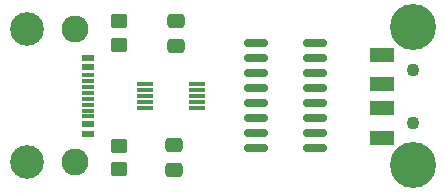
<source format=gbr>
%TF.GenerationSoftware,KiCad,Pcbnew,7.0.2*%
%TF.CreationDate,2024-06-22T12:15:53+01:00*%
%TF.ProjectId,USB HID,55534220-4849-4442-9e6b-696361645f70,rev?*%
%TF.SameCoordinates,Original*%
%TF.FileFunction,Soldermask,Top*%
%TF.FilePolarity,Negative*%
%FSLAX46Y46*%
G04 Gerber Fmt 4.6, Leading zero omitted, Abs format (unit mm)*
G04 Created by KiCad (PCBNEW 7.0.2) date 2024-06-22 12:15:53*
%MOMM*%
%LPD*%
G01*
G04 APERTURE LIST*
G04 Aperture macros list*
%AMRoundRect*
0 Rectangle with rounded corners*
0 $1 Rounding radius*
0 $2 $3 $4 $5 $6 $7 $8 $9 X,Y pos of 4 corners*
0 Add a 4 corners polygon primitive as box body*
4,1,4,$2,$3,$4,$5,$6,$7,$8,$9,$2,$3,0*
0 Add four circle primitives for the rounded corners*
1,1,$1+$1,$2,$3*
1,1,$1+$1,$4,$5*
1,1,$1+$1,$6,$7*
1,1,$1+$1,$8,$9*
0 Add four rect primitives between the rounded corners*
20,1,$1+$1,$2,$3,$4,$5,0*
20,1,$1+$1,$4,$5,$6,$7,0*
20,1,$1+$1,$6,$7,$8,$9,0*
20,1,$1+$1,$8,$9,$2,$3,0*%
G04 Aperture macros list end*
%ADD10RoundRect,0.250000X0.450000X-0.350000X0.450000X0.350000X-0.450000X0.350000X-0.450000X-0.350000X0*%
%ADD11RoundRect,0.250000X-0.450000X0.350000X-0.450000X-0.350000X0.450000X-0.350000X0.450000X0.350000X0*%
%ADD12RoundRect,0.250000X0.475000X-0.337500X0.475000X0.337500X-0.475000X0.337500X-0.475000X-0.337500X0*%
%ADD13R,2.000000X1.200000*%
%ADD14C,3.900000*%
%ADD15C,1.100000*%
%ADD16RoundRect,0.250000X-0.475000X0.337500X-0.475000X-0.337500X0.475000X-0.337500X0.475000X0.337500X0*%
%ADD17RoundRect,0.150000X-0.825000X-0.150000X0.825000X-0.150000X0.825000X0.150000X-0.825000X0.150000X0*%
%ADD18R,1.100000X0.600000*%
%ADD19R,1.100000X0.300000*%
%ADD20C,2.280000*%
%ADD21C,2.850000*%
%ADD22R,1.400000X0.300000*%
G04 APERTURE END LIST*
D10*
%TO.C,R1*%
X119634000Y-70469000D03*
X119634000Y-68469000D03*
%TD*%
D11*
%TO.C,R2*%
X119634000Y-80994000D03*
X119634000Y-78994000D03*
%TD*%
D12*
%TO.C,C1*%
X124460000Y-70528000D03*
X124460000Y-68453000D03*
%TD*%
D13*
%TO.C,J3*%
X141926000Y-71311000D03*
X141926000Y-73811000D03*
X141926000Y-75811000D03*
X141926000Y-78311000D03*
D14*
X144526000Y-68961000D03*
X144526000Y-80661000D03*
D15*
X144526000Y-72561000D03*
X144526000Y-77061000D03*
%TD*%
D16*
%TO.C,C2*%
X124333000Y-81026000D03*
X124333000Y-78951000D03*
%TD*%
D17*
%TO.C,U2*%
X131256000Y-70322000D03*
X131256000Y-71592000D03*
X131256000Y-72862000D03*
X131256000Y-74132000D03*
X131256000Y-75402000D03*
X131256000Y-76672000D03*
X131256000Y-77942000D03*
X131256000Y-79212000D03*
X136206000Y-79212000D03*
X136206000Y-77942000D03*
X136206000Y-76672000D03*
X136206000Y-75402000D03*
X136206000Y-74132000D03*
X136206000Y-72862000D03*
X136206000Y-71592000D03*
X136206000Y-70322000D03*
%TD*%
D18*
%TO.C,J2*%
X117037000Y-71567000D03*
X117037000Y-72367000D03*
D19*
X117037000Y-73517000D03*
X117037000Y-74517000D03*
X117037000Y-75017000D03*
X117037000Y-76017000D03*
D18*
X117037000Y-77167000D03*
X117037000Y-77967000D03*
D19*
X117037000Y-76517000D03*
X117037000Y-75517000D03*
X117037000Y-74017000D03*
X117037000Y-73017000D03*
D20*
X115887000Y-69147000D03*
X115887000Y-80387000D03*
D21*
X111887000Y-69147000D03*
X111887000Y-80387000D03*
%TD*%
D22*
%TO.C,U1*%
X121879000Y-73767000D03*
X121879000Y-74267000D03*
X121879000Y-74767000D03*
X121879000Y-75267000D03*
X121879000Y-75767000D03*
X126279000Y-75767000D03*
X126279000Y-75267000D03*
X126279000Y-74767000D03*
X126279000Y-74267000D03*
X126279000Y-73767000D03*
%TD*%
M02*

</source>
